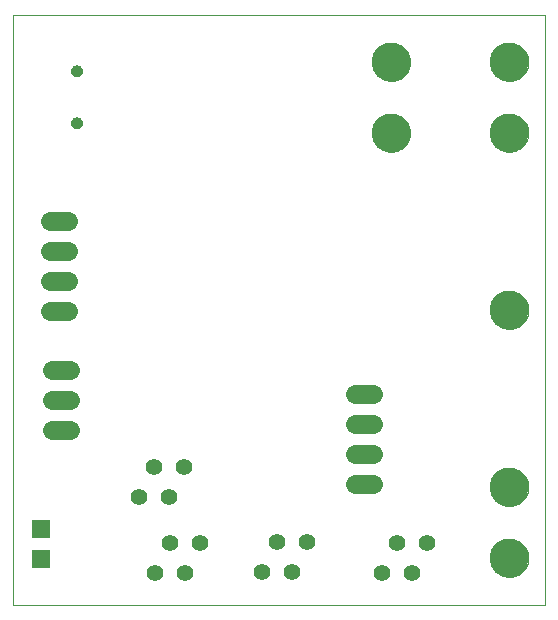
<source format=gbs>
G75*
%MOIN*%
%OFA0B0*%
%FSLAX24Y24*%
%IPPOS*%
%LPD*%
%AMOC8*
5,1,8,0,0,1.08239X$1,22.5*
%
%ADD10C,0.0000*%
%ADD11C,0.1300*%
%ADD12C,0.0394*%
%ADD13C,0.0560*%
%ADD14R,0.0640X0.0640*%
%ADD15C,0.0640*%
D10*
X000486Y000241D02*
X000486Y019926D01*
X018203Y019926D01*
X018203Y000241D01*
X000486Y000241D01*
X012455Y015989D02*
X012457Y016039D01*
X012463Y016089D01*
X012473Y016138D01*
X012487Y016186D01*
X012504Y016233D01*
X012525Y016278D01*
X012550Y016322D01*
X012578Y016363D01*
X012610Y016402D01*
X012644Y016439D01*
X012681Y016473D01*
X012721Y016503D01*
X012763Y016530D01*
X012807Y016554D01*
X012853Y016575D01*
X012900Y016591D01*
X012948Y016604D01*
X012998Y016613D01*
X013047Y016618D01*
X013098Y016619D01*
X013148Y016616D01*
X013197Y016609D01*
X013246Y016598D01*
X013294Y016583D01*
X013340Y016565D01*
X013385Y016543D01*
X013428Y016517D01*
X013469Y016488D01*
X013508Y016456D01*
X013544Y016421D01*
X013576Y016383D01*
X013606Y016343D01*
X013633Y016300D01*
X013656Y016256D01*
X013675Y016210D01*
X013691Y016162D01*
X013703Y016113D01*
X013711Y016064D01*
X013715Y016014D01*
X013715Y015964D01*
X013711Y015914D01*
X013703Y015865D01*
X013691Y015816D01*
X013675Y015768D01*
X013656Y015722D01*
X013633Y015678D01*
X013606Y015635D01*
X013576Y015595D01*
X013544Y015557D01*
X013508Y015522D01*
X013469Y015490D01*
X013428Y015461D01*
X013385Y015435D01*
X013340Y015413D01*
X013294Y015395D01*
X013246Y015380D01*
X013197Y015369D01*
X013148Y015362D01*
X013098Y015359D01*
X013047Y015360D01*
X012998Y015365D01*
X012948Y015374D01*
X012900Y015387D01*
X012853Y015403D01*
X012807Y015424D01*
X012763Y015448D01*
X012721Y015475D01*
X012681Y015505D01*
X012644Y015539D01*
X012610Y015576D01*
X012578Y015615D01*
X012550Y015656D01*
X012525Y015700D01*
X012504Y015745D01*
X012487Y015792D01*
X012473Y015840D01*
X012463Y015889D01*
X012457Y015939D01*
X012455Y015989D01*
X012455Y018351D02*
X012457Y018401D01*
X012463Y018451D01*
X012473Y018500D01*
X012487Y018548D01*
X012504Y018595D01*
X012525Y018640D01*
X012550Y018684D01*
X012578Y018725D01*
X012610Y018764D01*
X012644Y018801D01*
X012681Y018835D01*
X012721Y018865D01*
X012763Y018892D01*
X012807Y018916D01*
X012853Y018937D01*
X012900Y018953D01*
X012948Y018966D01*
X012998Y018975D01*
X013047Y018980D01*
X013098Y018981D01*
X013148Y018978D01*
X013197Y018971D01*
X013246Y018960D01*
X013294Y018945D01*
X013340Y018927D01*
X013385Y018905D01*
X013428Y018879D01*
X013469Y018850D01*
X013508Y018818D01*
X013544Y018783D01*
X013576Y018745D01*
X013606Y018705D01*
X013633Y018662D01*
X013656Y018618D01*
X013675Y018572D01*
X013691Y018524D01*
X013703Y018475D01*
X013711Y018426D01*
X013715Y018376D01*
X013715Y018326D01*
X013711Y018276D01*
X013703Y018227D01*
X013691Y018178D01*
X013675Y018130D01*
X013656Y018084D01*
X013633Y018040D01*
X013606Y017997D01*
X013576Y017957D01*
X013544Y017919D01*
X013508Y017884D01*
X013469Y017852D01*
X013428Y017823D01*
X013385Y017797D01*
X013340Y017775D01*
X013294Y017757D01*
X013246Y017742D01*
X013197Y017731D01*
X013148Y017724D01*
X013098Y017721D01*
X013047Y017722D01*
X012998Y017727D01*
X012948Y017736D01*
X012900Y017749D01*
X012853Y017765D01*
X012807Y017786D01*
X012763Y017810D01*
X012721Y017837D01*
X012681Y017867D01*
X012644Y017901D01*
X012610Y017938D01*
X012578Y017977D01*
X012550Y018018D01*
X012525Y018062D01*
X012504Y018107D01*
X012487Y018154D01*
X012473Y018202D01*
X012463Y018251D01*
X012457Y018301D01*
X012455Y018351D01*
X016392Y018351D02*
X016394Y018401D01*
X016400Y018451D01*
X016410Y018500D01*
X016424Y018548D01*
X016441Y018595D01*
X016462Y018640D01*
X016487Y018684D01*
X016515Y018725D01*
X016547Y018764D01*
X016581Y018801D01*
X016618Y018835D01*
X016658Y018865D01*
X016700Y018892D01*
X016744Y018916D01*
X016790Y018937D01*
X016837Y018953D01*
X016885Y018966D01*
X016935Y018975D01*
X016984Y018980D01*
X017035Y018981D01*
X017085Y018978D01*
X017134Y018971D01*
X017183Y018960D01*
X017231Y018945D01*
X017277Y018927D01*
X017322Y018905D01*
X017365Y018879D01*
X017406Y018850D01*
X017445Y018818D01*
X017481Y018783D01*
X017513Y018745D01*
X017543Y018705D01*
X017570Y018662D01*
X017593Y018618D01*
X017612Y018572D01*
X017628Y018524D01*
X017640Y018475D01*
X017648Y018426D01*
X017652Y018376D01*
X017652Y018326D01*
X017648Y018276D01*
X017640Y018227D01*
X017628Y018178D01*
X017612Y018130D01*
X017593Y018084D01*
X017570Y018040D01*
X017543Y017997D01*
X017513Y017957D01*
X017481Y017919D01*
X017445Y017884D01*
X017406Y017852D01*
X017365Y017823D01*
X017322Y017797D01*
X017277Y017775D01*
X017231Y017757D01*
X017183Y017742D01*
X017134Y017731D01*
X017085Y017724D01*
X017035Y017721D01*
X016984Y017722D01*
X016935Y017727D01*
X016885Y017736D01*
X016837Y017749D01*
X016790Y017765D01*
X016744Y017786D01*
X016700Y017810D01*
X016658Y017837D01*
X016618Y017867D01*
X016581Y017901D01*
X016547Y017938D01*
X016515Y017977D01*
X016487Y018018D01*
X016462Y018062D01*
X016441Y018107D01*
X016424Y018154D01*
X016410Y018202D01*
X016400Y018251D01*
X016394Y018301D01*
X016392Y018351D01*
X016392Y015989D02*
X016394Y016039D01*
X016400Y016089D01*
X016410Y016138D01*
X016424Y016186D01*
X016441Y016233D01*
X016462Y016278D01*
X016487Y016322D01*
X016515Y016363D01*
X016547Y016402D01*
X016581Y016439D01*
X016618Y016473D01*
X016658Y016503D01*
X016700Y016530D01*
X016744Y016554D01*
X016790Y016575D01*
X016837Y016591D01*
X016885Y016604D01*
X016935Y016613D01*
X016984Y016618D01*
X017035Y016619D01*
X017085Y016616D01*
X017134Y016609D01*
X017183Y016598D01*
X017231Y016583D01*
X017277Y016565D01*
X017322Y016543D01*
X017365Y016517D01*
X017406Y016488D01*
X017445Y016456D01*
X017481Y016421D01*
X017513Y016383D01*
X017543Y016343D01*
X017570Y016300D01*
X017593Y016256D01*
X017612Y016210D01*
X017628Y016162D01*
X017640Y016113D01*
X017648Y016064D01*
X017652Y016014D01*
X017652Y015964D01*
X017648Y015914D01*
X017640Y015865D01*
X017628Y015816D01*
X017612Y015768D01*
X017593Y015722D01*
X017570Y015678D01*
X017543Y015635D01*
X017513Y015595D01*
X017481Y015557D01*
X017445Y015522D01*
X017406Y015490D01*
X017365Y015461D01*
X017322Y015435D01*
X017277Y015413D01*
X017231Y015395D01*
X017183Y015380D01*
X017134Y015369D01*
X017085Y015362D01*
X017035Y015359D01*
X016984Y015360D01*
X016935Y015365D01*
X016885Y015374D01*
X016837Y015387D01*
X016790Y015403D01*
X016744Y015424D01*
X016700Y015448D01*
X016658Y015475D01*
X016618Y015505D01*
X016581Y015539D01*
X016547Y015576D01*
X016515Y015615D01*
X016487Y015656D01*
X016462Y015700D01*
X016441Y015745D01*
X016424Y015792D01*
X016410Y015840D01*
X016400Y015889D01*
X016394Y015939D01*
X016392Y015989D01*
X016392Y010083D02*
X016394Y010133D01*
X016400Y010183D01*
X016410Y010232D01*
X016424Y010280D01*
X016441Y010327D01*
X016462Y010372D01*
X016487Y010416D01*
X016515Y010457D01*
X016547Y010496D01*
X016581Y010533D01*
X016618Y010567D01*
X016658Y010597D01*
X016700Y010624D01*
X016744Y010648D01*
X016790Y010669D01*
X016837Y010685D01*
X016885Y010698D01*
X016935Y010707D01*
X016984Y010712D01*
X017035Y010713D01*
X017085Y010710D01*
X017134Y010703D01*
X017183Y010692D01*
X017231Y010677D01*
X017277Y010659D01*
X017322Y010637D01*
X017365Y010611D01*
X017406Y010582D01*
X017445Y010550D01*
X017481Y010515D01*
X017513Y010477D01*
X017543Y010437D01*
X017570Y010394D01*
X017593Y010350D01*
X017612Y010304D01*
X017628Y010256D01*
X017640Y010207D01*
X017648Y010158D01*
X017652Y010108D01*
X017652Y010058D01*
X017648Y010008D01*
X017640Y009959D01*
X017628Y009910D01*
X017612Y009862D01*
X017593Y009816D01*
X017570Y009772D01*
X017543Y009729D01*
X017513Y009689D01*
X017481Y009651D01*
X017445Y009616D01*
X017406Y009584D01*
X017365Y009555D01*
X017322Y009529D01*
X017277Y009507D01*
X017231Y009489D01*
X017183Y009474D01*
X017134Y009463D01*
X017085Y009456D01*
X017035Y009453D01*
X016984Y009454D01*
X016935Y009459D01*
X016885Y009468D01*
X016837Y009481D01*
X016790Y009497D01*
X016744Y009518D01*
X016700Y009542D01*
X016658Y009569D01*
X016618Y009599D01*
X016581Y009633D01*
X016547Y009670D01*
X016515Y009709D01*
X016487Y009750D01*
X016462Y009794D01*
X016441Y009839D01*
X016424Y009886D01*
X016410Y009934D01*
X016400Y009983D01*
X016394Y010033D01*
X016392Y010083D01*
X016392Y004178D02*
X016394Y004228D01*
X016400Y004278D01*
X016410Y004327D01*
X016424Y004375D01*
X016441Y004422D01*
X016462Y004467D01*
X016487Y004511D01*
X016515Y004552D01*
X016547Y004591D01*
X016581Y004628D01*
X016618Y004662D01*
X016658Y004692D01*
X016700Y004719D01*
X016744Y004743D01*
X016790Y004764D01*
X016837Y004780D01*
X016885Y004793D01*
X016935Y004802D01*
X016984Y004807D01*
X017035Y004808D01*
X017085Y004805D01*
X017134Y004798D01*
X017183Y004787D01*
X017231Y004772D01*
X017277Y004754D01*
X017322Y004732D01*
X017365Y004706D01*
X017406Y004677D01*
X017445Y004645D01*
X017481Y004610D01*
X017513Y004572D01*
X017543Y004532D01*
X017570Y004489D01*
X017593Y004445D01*
X017612Y004399D01*
X017628Y004351D01*
X017640Y004302D01*
X017648Y004253D01*
X017652Y004203D01*
X017652Y004153D01*
X017648Y004103D01*
X017640Y004054D01*
X017628Y004005D01*
X017612Y003957D01*
X017593Y003911D01*
X017570Y003867D01*
X017543Y003824D01*
X017513Y003784D01*
X017481Y003746D01*
X017445Y003711D01*
X017406Y003679D01*
X017365Y003650D01*
X017322Y003624D01*
X017277Y003602D01*
X017231Y003584D01*
X017183Y003569D01*
X017134Y003558D01*
X017085Y003551D01*
X017035Y003548D01*
X016984Y003549D01*
X016935Y003554D01*
X016885Y003563D01*
X016837Y003576D01*
X016790Y003592D01*
X016744Y003613D01*
X016700Y003637D01*
X016658Y003664D01*
X016618Y003694D01*
X016581Y003728D01*
X016547Y003765D01*
X016515Y003804D01*
X016487Y003845D01*
X016462Y003889D01*
X016441Y003934D01*
X016424Y003981D01*
X016410Y004029D01*
X016400Y004078D01*
X016394Y004128D01*
X016392Y004178D01*
X016392Y001816D02*
X016394Y001866D01*
X016400Y001916D01*
X016410Y001965D01*
X016424Y002013D01*
X016441Y002060D01*
X016462Y002105D01*
X016487Y002149D01*
X016515Y002190D01*
X016547Y002229D01*
X016581Y002266D01*
X016618Y002300D01*
X016658Y002330D01*
X016700Y002357D01*
X016744Y002381D01*
X016790Y002402D01*
X016837Y002418D01*
X016885Y002431D01*
X016935Y002440D01*
X016984Y002445D01*
X017035Y002446D01*
X017085Y002443D01*
X017134Y002436D01*
X017183Y002425D01*
X017231Y002410D01*
X017277Y002392D01*
X017322Y002370D01*
X017365Y002344D01*
X017406Y002315D01*
X017445Y002283D01*
X017481Y002248D01*
X017513Y002210D01*
X017543Y002170D01*
X017570Y002127D01*
X017593Y002083D01*
X017612Y002037D01*
X017628Y001989D01*
X017640Y001940D01*
X017648Y001891D01*
X017652Y001841D01*
X017652Y001791D01*
X017648Y001741D01*
X017640Y001692D01*
X017628Y001643D01*
X017612Y001595D01*
X017593Y001549D01*
X017570Y001505D01*
X017543Y001462D01*
X017513Y001422D01*
X017481Y001384D01*
X017445Y001349D01*
X017406Y001317D01*
X017365Y001288D01*
X017322Y001262D01*
X017277Y001240D01*
X017231Y001222D01*
X017183Y001207D01*
X017134Y001196D01*
X017085Y001189D01*
X017035Y001186D01*
X016984Y001187D01*
X016935Y001192D01*
X016885Y001201D01*
X016837Y001214D01*
X016790Y001230D01*
X016744Y001251D01*
X016700Y001275D01*
X016658Y001302D01*
X016618Y001332D01*
X016581Y001366D01*
X016547Y001403D01*
X016515Y001442D01*
X016487Y001483D01*
X016462Y001527D01*
X016441Y001572D01*
X016424Y001619D01*
X016410Y001667D01*
X016400Y001716D01*
X016394Y001766D01*
X016392Y001816D01*
X002416Y016316D02*
X002418Y016342D01*
X002424Y016368D01*
X002434Y016393D01*
X002447Y016416D01*
X002463Y016436D01*
X002483Y016454D01*
X002505Y016469D01*
X002528Y016481D01*
X002554Y016489D01*
X002580Y016493D01*
X002606Y016493D01*
X002632Y016489D01*
X002658Y016481D01*
X002682Y016469D01*
X002703Y016454D01*
X002723Y016436D01*
X002739Y016416D01*
X002752Y016393D01*
X002762Y016368D01*
X002768Y016342D01*
X002770Y016316D01*
X002768Y016290D01*
X002762Y016264D01*
X002752Y016239D01*
X002739Y016216D01*
X002723Y016196D01*
X002703Y016178D01*
X002681Y016163D01*
X002658Y016151D01*
X002632Y016143D01*
X002606Y016139D01*
X002580Y016139D01*
X002554Y016143D01*
X002528Y016151D01*
X002504Y016163D01*
X002483Y016178D01*
X002463Y016196D01*
X002447Y016216D01*
X002434Y016239D01*
X002424Y016264D01*
X002418Y016290D01*
X002416Y016316D01*
X002416Y018048D02*
X002418Y018074D01*
X002424Y018100D01*
X002434Y018125D01*
X002447Y018148D01*
X002463Y018168D01*
X002483Y018186D01*
X002505Y018201D01*
X002528Y018213D01*
X002554Y018221D01*
X002580Y018225D01*
X002606Y018225D01*
X002632Y018221D01*
X002658Y018213D01*
X002682Y018201D01*
X002703Y018186D01*
X002723Y018168D01*
X002739Y018148D01*
X002752Y018125D01*
X002762Y018100D01*
X002768Y018074D01*
X002770Y018048D01*
X002768Y018022D01*
X002762Y017996D01*
X002752Y017971D01*
X002739Y017948D01*
X002723Y017928D01*
X002703Y017910D01*
X002681Y017895D01*
X002658Y017883D01*
X002632Y017875D01*
X002606Y017871D01*
X002580Y017871D01*
X002554Y017875D01*
X002528Y017883D01*
X002504Y017895D01*
X002483Y017910D01*
X002463Y017928D01*
X002447Y017948D01*
X002434Y017971D01*
X002424Y017996D01*
X002418Y018022D01*
X002416Y018048D01*
D11*
X013085Y018351D03*
X013085Y015989D03*
X017022Y015989D03*
X017022Y018351D03*
X017022Y010083D03*
X017022Y004178D03*
X017022Y001816D03*
D12*
X002593Y016316D03*
X002593Y018048D03*
D13*
X005166Y004851D03*
X006166Y004851D03*
X005666Y003851D03*
X004666Y003851D03*
X005713Y002331D03*
X006713Y002331D03*
X006213Y001331D03*
X005213Y001331D03*
X008792Y001359D03*
X009292Y002359D03*
X009792Y001359D03*
X010292Y002359D03*
X012776Y001300D03*
X013276Y002300D03*
X014276Y002300D03*
X013776Y001300D03*
D14*
X001420Y001796D03*
X001420Y002796D03*
D15*
X001785Y006091D02*
X002385Y006091D01*
X002385Y007091D02*
X001785Y007091D01*
X001785Y008091D02*
X002385Y008091D01*
X002294Y010048D02*
X001694Y010048D01*
X001694Y011048D02*
X002294Y011048D01*
X002294Y012048D02*
X001694Y012048D01*
X001694Y013048D02*
X002294Y013048D01*
X011887Y007276D02*
X012487Y007276D01*
X012487Y006276D02*
X011887Y006276D01*
X011887Y005276D02*
X012487Y005276D01*
X012487Y004276D02*
X011887Y004276D01*
M02*

</source>
